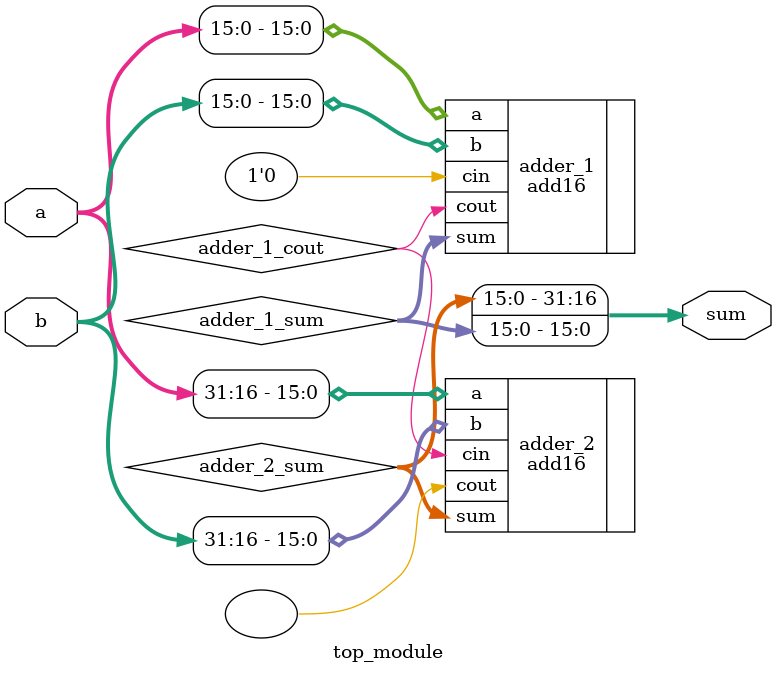
<source format=v>
module top_module(
    input [31:0] a,
    input [31:0] b,
    output [31:0] sum
);

    // module add16 ( input[15:0] a, input[15:0] b, input cin, output[15:0] sum, output cout );
    
    wire adder_1_cout;
    wire [15:0] adder_1_sum, adder_2_sum;
    
    add16 adder_1 (.a(a[15:0]), .b(b[15:0]), .cin(1'b0), .sum(adder_1_sum), .cout(adder_1_cout));
    add16 adder_2 (.a(a[31:16]), .b(b[31:16]), .cin(adder_1_cout), .sum(adder_2_sum), .cout());
    
    assign sum = {adder_2_sum, adder_1_sum};
    
endmodule

</source>
